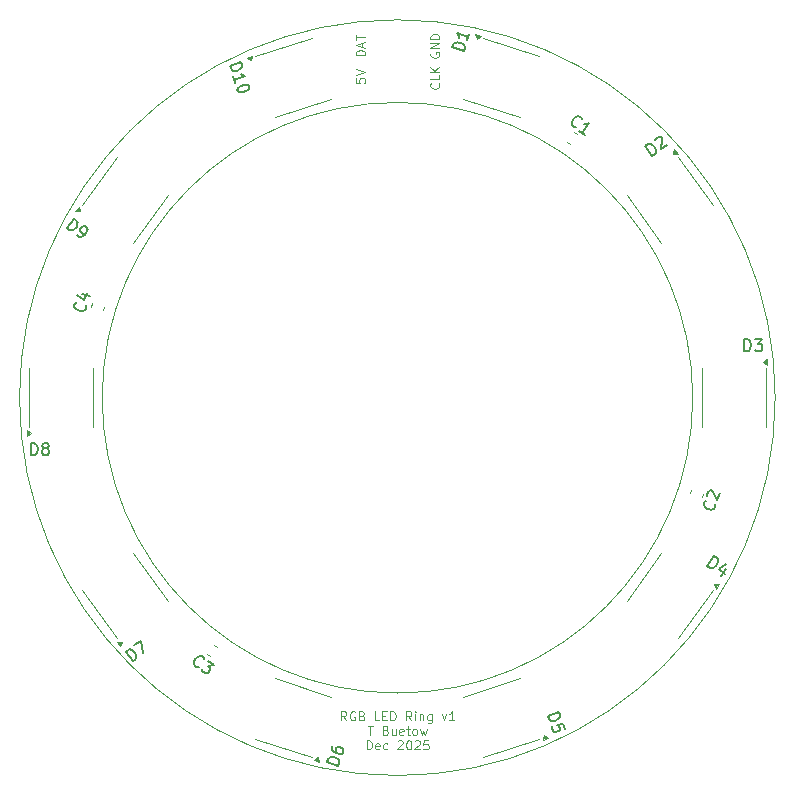
<source format=gbr>
%TF.GenerationSoftware,KiCad,Pcbnew,9.0.5*%
%TF.CreationDate,2025-12-07T22:18:12-05:00*%
%TF.ProjectId,LED_PCB,4c45445f-5043-4422-9e6b-696361645f70,rev?*%
%TF.SameCoordinates,Original*%
%TF.FileFunction,Legend,Top*%
%TF.FilePolarity,Positive*%
%FSLAX46Y46*%
G04 Gerber Fmt 4.6, Leading zero omitted, Abs format (unit mm)*
G04 Created by KiCad (PCBNEW 9.0.5) date 2025-12-07 22:18:12*
%MOMM*%
%LPD*%
G01*
G04 APERTURE LIST*
%ADD10C,0.095250*%
%ADD11C,0.150000*%
%ADD12C,0.120000*%
%TA.AperFunction,Profile*%
%ADD13C,0.100000*%
%TD*%
G04 APERTURE END LIST*
D10*
X135663858Y-127320785D02*
X135409858Y-126957928D01*
X135228429Y-127320785D02*
X135228429Y-126558785D01*
X135228429Y-126558785D02*
X135518715Y-126558785D01*
X135518715Y-126558785D02*
X135591286Y-126595071D01*
X135591286Y-126595071D02*
X135627572Y-126631357D01*
X135627572Y-126631357D02*
X135663858Y-126703928D01*
X135663858Y-126703928D02*
X135663858Y-126812785D01*
X135663858Y-126812785D02*
X135627572Y-126885357D01*
X135627572Y-126885357D02*
X135591286Y-126921642D01*
X135591286Y-126921642D02*
X135518715Y-126957928D01*
X135518715Y-126957928D02*
X135228429Y-126957928D01*
X136389572Y-126595071D02*
X136317001Y-126558785D01*
X136317001Y-126558785D02*
X136208143Y-126558785D01*
X136208143Y-126558785D02*
X136099286Y-126595071D01*
X136099286Y-126595071D02*
X136026715Y-126667642D01*
X136026715Y-126667642D02*
X135990429Y-126740214D01*
X135990429Y-126740214D02*
X135954143Y-126885357D01*
X135954143Y-126885357D02*
X135954143Y-126994214D01*
X135954143Y-126994214D02*
X135990429Y-127139357D01*
X135990429Y-127139357D02*
X136026715Y-127211928D01*
X136026715Y-127211928D02*
X136099286Y-127284500D01*
X136099286Y-127284500D02*
X136208143Y-127320785D01*
X136208143Y-127320785D02*
X136280715Y-127320785D01*
X136280715Y-127320785D02*
X136389572Y-127284500D01*
X136389572Y-127284500D02*
X136425858Y-127248214D01*
X136425858Y-127248214D02*
X136425858Y-126994214D01*
X136425858Y-126994214D02*
X136280715Y-126994214D01*
X137006429Y-126921642D02*
X137115286Y-126957928D01*
X137115286Y-126957928D02*
X137151572Y-126994214D01*
X137151572Y-126994214D02*
X137187858Y-127066785D01*
X137187858Y-127066785D02*
X137187858Y-127175642D01*
X137187858Y-127175642D02*
X137151572Y-127248214D01*
X137151572Y-127248214D02*
X137115286Y-127284500D01*
X137115286Y-127284500D02*
X137042715Y-127320785D01*
X137042715Y-127320785D02*
X136752429Y-127320785D01*
X136752429Y-127320785D02*
X136752429Y-126558785D01*
X136752429Y-126558785D02*
X137006429Y-126558785D01*
X137006429Y-126558785D02*
X137079001Y-126595071D01*
X137079001Y-126595071D02*
X137115286Y-126631357D01*
X137115286Y-126631357D02*
X137151572Y-126703928D01*
X137151572Y-126703928D02*
X137151572Y-126776500D01*
X137151572Y-126776500D02*
X137115286Y-126849071D01*
X137115286Y-126849071D02*
X137079001Y-126885357D01*
X137079001Y-126885357D02*
X137006429Y-126921642D01*
X137006429Y-126921642D02*
X136752429Y-126921642D01*
X138457857Y-127320785D02*
X138095000Y-127320785D01*
X138095000Y-127320785D02*
X138095000Y-126558785D01*
X138711857Y-126921642D02*
X138965857Y-126921642D01*
X139074714Y-127320785D02*
X138711857Y-127320785D01*
X138711857Y-127320785D02*
X138711857Y-126558785D01*
X138711857Y-126558785D02*
X139074714Y-126558785D01*
X139401286Y-127320785D02*
X139401286Y-126558785D01*
X139401286Y-126558785D02*
X139582715Y-126558785D01*
X139582715Y-126558785D02*
X139691572Y-126595071D01*
X139691572Y-126595071D02*
X139764143Y-126667642D01*
X139764143Y-126667642D02*
X139800429Y-126740214D01*
X139800429Y-126740214D02*
X139836715Y-126885357D01*
X139836715Y-126885357D02*
X139836715Y-126994214D01*
X139836715Y-126994214D02*
X139800429Y-127139357D01*
X139800429Y-127139357D02*
X139764143Y-127211928D01*
X139764143Y-127211928D02*
X139691572Y-127284500D01*
X139691572Y-127284500D02*
X139582715Y-127320785D01*
X139582715Y-127320785D02*
X139401286Y-127320785D01*
X141179286Y-127320785D02*
X140925286Y-126957928D01*
X140743857Y-127320785D02*
X140743857Y-126558785D01*
X140743857Y-126558785D02*
X141034143Y-126558785D01*
X141034143Y-126558785D02*
X141106714Y-126595071D01*
X141106714Y-126595071D02*
X141143000Y-126631357D01*
X141143000Y-126631357D02*
X141179286Y-126703928D01*
X141179286Y-126703928D02*
X141179286Y-126812785D01*
X141179286Y-126812785D02*
X141143000Y-126885357D01*
X141143000Y-126885357D02*
X141106714Y-126921642D01*
X141106714Y-126921642D02*
X141034143Y-126957928D01*
X141034143Y-126957928D02*
X140743857Y-126957928D01*
X141505857Y-127320785D02*
X141505857Y-126812785D01*
X141505857Y-126558785D02*
X141469571Y-126595071D01*
X141469571Y-126595071D02*
X141505857Y-126631357D01*
X141505857Y-126631357D02*
X141542143Y-126595071D01*
X141542143Y-126595071D02*
X141505857Y-126558785D01*
X141505857Y-126558785D02*
X141505857Y-126631357D01*
X141868714Y-126812785D02*
X141868714Y-127320785D01*
X141868714Y-126885357D02*
X141905000Y-126849071D01*
X141905000Y-126849071D02*
X141977571Y-126812785D01*
X141977571Y-126812785D02*
X142086428Y-126812785D01*
X142086428Y-126812785D02*
X142159000Y-126849071D01*
X142159000Y-126849071D02*
X142195286Y-126921642D01*
X142195286Y-126921642D02*
X142195286Y-127320785D01*
X142884715Y-126812785D02*
X142884715Y-127429642D01*
X142884715Y-127429642D02*
X142848429Y-127502214D01*
X142848429Y-127502214D02*
X142812143Y-127538500D01*
X142812143Y-127538500D02*
X142739572Y-127574785D01*
X142739572Y-127574785D02*
X142630715Y-127574785D01*
X142630715Y-127574785D02*
X142558143Y-127538500D01*
X142884715Y-127284500D02*
X142812143Y-127320785D01*
X142812143Y-127320785D02*
X142667000Y-127320785D01*
X142667000Y-127320785D02*
X142594429Y-127284500D01*
X142594429Y-127284500D02*
X142558143Y-127248214D01*
X142558143Y-127248214D02*
X142521857Y-127175642D01*
X142521857Y-127175642D02*
X142521857Y-126957928D01*
X142521857Y-126957928D02*
X142558143Y-126885357D01*
X142558143Y-126885357D02*
X142594429Y-126849071D01*
X142594429Y-126849071D02*
X142667000Y-126812785D01*
X142667000Y-126812785D02*
X142812143Y-126812785D01*
X142812143Y-126812785D02*
X142884715Y-126849071D01*
X143755572Y-126812785D02*
X143937000Y-127320785D01*
X143937000Y-127320785D02*
X144118429Y-126812785D01*
X144807857Y-127320785D02*
X144372428Y-127320785D01*
X144590143Y-127320785D02*
X144590143Y-126558785D01*
X144590143Y-126558785D02*
X144517571Y-126667642D01*
X144517571Y-126667642D02*
X144445000Y-126740214D01*
X144445000Y-126740214D02*
X144372428Y-126776500D01*
X137478142Y-127785562D02*
X137913571Y-127785562D01*
X137695856Y-128547562D02*
X137695856Y-127785562D01*
X139002141Y-128148419D02*
X139110998Y-128184705D01*
X139110998Y-128184705D02*
X139147284Y-128220991D01*
X139147284Y-128220991D02*
X139183570Y-128293562D01*
X139183570Y-128293562D02*
X139183570Y-128402419D01*
X139183570Y-128402419D02*
X139147284Y-128474991D01*
X139147284Y-128474991D02*
X139110998Y-128511277D01*
X139110998Y-128511277D02*
X139038427Y-128547562D01*
X139038427Y-128547562D02*
X138748141Y-128547562D01*
X138748141Y-128547562D02*
X138748141Y-127785562D01*
X138748141Y-127785562D02*
X139002141Y-127785562D01*
X139002141Y-127785562D02*
X139074713Y-127821848D01*
X139074713Y-127821848D02*
X139110998Y-127858134D01*
X139110998Y-127858134D02*
X139147284Y-127930705D01*
X139147284Y-127930705D02*
X139147284Y-128003277D01*
X139147284Y-128003277D02*
X139110998Y-128075848D01*
X139110998Y-128075848D02*
X139074713Y-128112134D01*
X139074713Y-128112134D02*
X139002141Y-128148419D01*
X139002141Y-128148419D02*
X138748141Y-128148419D01*
X139836713Y-128039562D02*
X139836713Y-128547562D01*
X139510141Y-128039562D02*
X139510141Y-128438705D01*
X139510141Y-128438705D02*
X139546427Y-128511277D01*
X139546427Y-128511277D02*
X139618998Y-128547562D01*
X139618998Y-128547562D02*
X139727855Y-128547562D01*
X139727855Y-128547562D02*
X139800427Y-128511277D01*
X139800427Y-128511277D02*
X139836713Y-128474991D01*
X140489856Y-128511277D02*
X140417284Y-128547562D01*
X140417284Y-128547562D02*
X140272142Y-128547562D01*
X140272142Y-128547562D02*
X140199570Y-128511277D01*
X140199570Y-128511277D02*
X140163284Y-128438705D01*
X140163284Y-128438705D02*
X140163284Y-128148419D01*
X140163284Y-128148419D02*
X140199570Y-128075848D01*
X140199570Y-128075848D02*
X140272142Y-128039562D01*
X140272142Y-128039562D02*
X140417284Y-128039562D01*
X140417284Y-128039562D02*
X140489856Y-128075848D01*
X140489856Y-128075848D02*
X140526142Y-128148419D01*
X140526142Y-128148419D02*
X140526142Y-128220991D01*
X140526142Y-128220991D02*
X140163284Y-128293562D01*
X140743856Y-128039562D02*
X141034142Y-128039562D01*
X140852713Y-127785562D02*
X140852713Y-128438705D01*
X140852713Y-128438705D02*
X140888999Y-128511277D01*
X140888999Y-128511277D02*
X140961570Y-128547562D01*
X140961570Y-128547562D02*
X141034142Y-128547562D01*
X141396999Y-128547562D02*
X141324428Y-128511277D01*
X141324428Y-128511277D02*
X141288142Y-128474991D01*
X141288142Y-128474991D02*
X141251856Y-128402419D01*
X141251856Y-128402419D02*
X141251856Y-128184705D01*
X141251856Y-128184705D02*
X141288142Y-128112134D01*
X141288142Y-128112134D02*
X141324428Y-128075848D01*
X141324428Y-128075848D02*
X141396999Y-128039562D01*
X141396999Y-128039562D02*
X141505856Y-128039562D01*
X141505856Y-128039562D02*
X141578428Y-128075848D01*
X141578428Y-128075848D02*
X141614714Y-128112134D01*
X141614714Y-128112134D02*
X141650999Y-128184705D01*
X141650999Y-128184705D02*
X141650999Y-128402419D01*
X141650999Y-128402419D02*
X141614714Y-128474991D01*
X141614714Y-128474991D02*
X141578428Y-128511277D01*
X141578428Y-128511277D02*
X141505856Y-128547562D01*
X141505856Y-128547562D02*
X141396999Y-128547562D01*
X141905000Y-128039562D02*
X142050143Y-128547562D01*
X142050143Y-128547562D02*
X142195285Y-128184705D01*
X142195285Y-128184705D02*
X142340428Y-128547562D01*
X142340428Y-128547562D02*
X142485571Y-128039562D01*
X137405572Y-129774339D02*
X137405572Y-129012339D01*
X137405572Y-129012339D02*
X137587001Y-129012339D01*
X137587001Y-129012339D02*
X137695858Y-129048625D01*
X137695858Y-129048625D02*
X137768429Y-129121196D01*
X137768429Y-129121196D02*
X137804715Y-129193768D01*
X137804715Y-129193768D02*
X137841001Y-129338911D01*
X137841001Y-129338911D02*
X137841001Y-129447768D01*
X137841001Y-129447768D02*
X137804715Y-129592911D01*
X137804715Y-129592911D02*
X137768429Y-129665482D01*
X137768429Y-129665482D02*
X137695858Y-129738054D01*
X137695858Y-129738054D02*
X137587001Y-129774339D01*
X137587001Y-129774339D02*
X137405572Y-129774339D01*
X138457858Y-129738054D02*
X138385286Y-129774339D01*
X138385286Y-129774339D02*
X138240144Y-129774339D01*
X138240144Y-129774339D02*
X138167572Y-129738054D01*
X138167572Y-129738054D02*
X138131286Y-129665482D01*
X138131286Y-129665482D02*
X138131286Y-129375196D01*
X138131286Y-129375196D02*
X138167572Y-129302625D01*
X138167572Y-129302625D02*
X138240144Y-129266339D01*
X138240144Y-129266339D02*
X138385286Y-129266339D01*
X138385286Y-129266339D02*
X138457858Y-129302625D01*
X138457858Y-129302625D02*
X138494144Y-129375196D01*
X138494144Y-129375196D02*
X138494144Y-129447768D01*
X138494144Y-129447768D02*
X138131286Y-129520339D01*
X139147287Y-129738054D02*
X139074715Y-129774339D01*
X139074715Y-129774339D02*
X138929572Y-129774339D01*
X138929572Y-129774339D02*
X138857001Y-129738054D01*
X138857001Y-129738054D02*
X138820715Y-129701768D01*
X138820715Y-129701768D02*
X138784429Y-129629196D01*
X138784429Y-129629196D02*
X138784429Y-129411482D01*
X138784429Y-129411482D02*
X138820715Y-129338911D01*
X138820715Y-129338911D02*
X138857001Y-129302625D01*
X138857001Y-129302625D02*
X138929572Y-129266339D01*
X138929572Y-129266339D02*
X139074715Y-129266339D01*
X139074715Y-129266339D02*
X139147287Y-129302625D01*
X140018143Y-129084911D02*
X140054429Y-129048625D01*
X140054429Y-129048625D02*
X140127001Y-129012339D01*
X140127001Y-129012339D02*
X140308429Y-129012339D01*
X140308429Y-129012339D02*
X140381001Y-129048625D01*
X140381001Y-129048625D02*
X140417286Y-129084911D01*
X140417286Y-129084911D02*
X140453572Y-129157482D01*
X140453572Y-129157482D02*
X140453572Y-129230054D01*
X140453572Y-129230054D02*
X140417286Y-129338911D01*
X140417286Y-129338911D02*
X139981858Y-129774339D01*
X139981858Y-129774339D02*
X140453572Y-129774339D01*
X140925286Y-129012339D02*
X140997857Y-129012339D01*
X140997857Y-129012339D02*
X141070429Y-129048625D01*
X141070429Y-129048625D02*
X141106715Y-129084911D01*
X141106715Y-129084911D02*
X141143000Y-129157482D01*
X141143000Y-129157482D02*
X141179286Y-129302625D01*
X141179286Y-129302625D02*
X141179286Y-129484054D01*
X141179286Y-129484054D02*
X141143000Y-129629196D01*
X141143000Y-129629196D02*
X141106715Y-129701768D01*
X141106715Y-129701768D02*
X141070429Y-129738054D01*
X141070429Y-129738054D02*
X140997857Y-129774339D01*
X140997857Y-129774339D02*
X140925286Y-129774339D01*
X140925286Y-129774339D02*
X140852715Y-129738054D01*
X140852715Y-129738054D02*
X140816429Y-129701768D01*
X140816429Y-129701768D02*
X140780143Y-129629196D01*
X140780143Y-129629196D02*
X140743857Y-129484054D01*
X140743857Y-129484054D02*
X140743857Y-129302625D01*
X140743857Y-129302625D02*
X140780143Y-129157482D01*
X140780143Y-129157482D02*
X140816429Y-129084911D01*
X140816429Y-129084911D02*
X140852715Y-129048625D01*
X140852715Y-129048625D02*
X140925286Y-129012339D01*
X141469571Y-129084911D02*
X141505857Y-129048625D01*
X141505857Y-129048625D02*
X141578429Y-129012339D01*
X141578429Y-129012339D02*
X141759857Y-129012339D01*
X141759857Y-129012339D02*
X141832429Y-129048625D01*
X141832429Y-129048625D02*
X141868714Y-129084911D01*
X141868714Y-129084911D02*
X141905000Y-129157482D01*
X141905000Y-129157482D02*
X141905000Y-129230054D01*
X141905000Y-129230054D02*
X141868714Y-129338911D01*
X141868714Y-129338911D02*
X141433286Y-129774339D01*
X141433286Y-129774339D02*
X141905000Y-129774339D01*
X142594428Y-129012339D02*
X142231571Y-129012339D01*
X142231571Y-129012339D02*
X142195285Y-129375196D01*
X142195285Y-129375196D02*
X142231571Y-129338911D01*
X142231571Y-129338911D02*
X142304143Y-129302625D01*
X142304143Y-129302625D02*
X142485571Y-129302625D01*
X142485571Y-129302625D02*
X142558143Y-129338911D01*
X142558143Y-129338911D02*
X142594428Y-129375196D01*
X142594428Y-129375196D02*
X142630714Y-129447768D01*
X142630714Y-129447768D02*
X142630714Y-129629196D01*
X142630714Y-129629196D02*
X142594428Y-129701768D01*
X142594428Y-129701768D02*
X142558143Y-129738054D01*
X142558143Y-129738054D02*
X142485571Y-129774339D01*
X142485571Y-129774339D02*
X142304143Y-129774339D01*
X142304143Y-129774339D02*
X142231571Y-129738054D01*
X142231571Y-129738054D02*
X142195285Y-129701768D01*
X136485562Y-72945142D02*
X136485562Y-73307999D01*
X136485562Y-73307999D02*
X136848419Y-73344285D01*
X136848419Y-73344285D02*
X136812134Y-73307999D01*
X136812134Y-73307999D02*
X136775848Y-73235428D01*
X136775848Y-73235428D02*
X136775848Y-73053999D01*
X136775848Y-73053999D02*
X136812134Y-72981428D01*
X136812134Y-72981428D02*
X136848419Y-72945142D01*
X136848419Y-72945142D02*
X136920991Y-72908856D01*
X136920991Y-72908856D02*
X137102419Y-72908856D01*
X137102419Y-72908856D02*
X137174991Y-72945142D01*
X137174991Y-72945142D02*
X137211277Y-72981428D01*
X137211277Y-72981428D02*
X137247562Y-73053999D01*
X137247562Y-73053999D02*
X137247562Y-73235428D01*
X137247562Y-73235428D02*
X137211277Y-73307999D01*
X137211277Y-73307999D02*
X137174991Y-73344285D01*
X136485562Y-72691142D02*
X137247562Y-72437142D01*
X137247562Y-72437142D02*
X136485562Y-72183142D01*
X143474991Y-73353570D02*
X143511277Y-73389856D01*
X143511277Y-73389856D02*
X143547562Y-73498713D01*
X143547562Y-73498713D02*
X143547562Y-73571285D01*
X143547562Y-73571285D02*
X143511277Y-73680142D01*
X143511277Y-73680142D02*
X143438705Y-73752713D01*
X143438705Y-73752713D02*
X143366134Y-73788999D01*
X143366134Y-73788999D02*
X143220991Y-73825285D01*
X143220991Y-73825285D02*
X143112134Y-73825285D01*
X143112134Y-73825285D02*
X142966991Y-73788999D01*
X142966991Y-73788999D02*
X142894419Y-73752713D01*
X142894419Y-73752713D02*
X142821848Y-73680142D01*
X142821848Y-73680142D02*
X142785562Y-73571285D01*
X142785562Y-73571285D02*
X142785562Y-73498713D01*
X142785562Y-73498713D02*
X142821848Y-73389856D01*
X142821848Y-73389856D02*
X142858134Y-73353570D01*
X143547562Y-72664142D02*
X143547562Y-73026999D01*
X143547562Y-73026999D02*
X142785562Y-73026999D01*
X143547562Y-72410142D02*
X142785562Y-72410142D01*
X143547562Y-71974713D02*
X143112134Y-72301285D01*
X142785562Y-71974713D02*
X143220991Y-72410142D01*
X142821848Y-70780571D02*
X142785562Y-70853143D01*
X142785562Y-70853143D02*
X142785562Y-70962000D01*
X142785562Y-70962000D02*
X142821848Y-71070857D01*
X142821848Y-71070857D02*
X142894419Y-71143428D01*
X142894419Y-71143428D02*
X142966991Y-71179714D01*
X142966991Y-71179714D02*
X143112134Y-71216000D01*
X143112134Y-71216000D02*
X143220991Y-71216000D01*
X143220991Y-71216000D02*
X143366134Y-71179714D01*
X143366134Y-71179714D02*
X143438705Y-71143428D01*
X143438705Y-71143428D02*
X143511277Y-71070857D01*
X143511277Y-71070857D02*
X143547562Y-70962000D01*
X143547562Y-70962000D02*
X143547562Y-70889428D01*
X143547562Y-70889428D02*
X143511277Y-70780571D01*
X143511277Y-70780571D02*
X143474991Y-70744285D01*
X143474991Y-70744285D02*
X143220991Y-70744285D01*
X143220991Y-70744285D02*
X143220991Y-70889428D01*
X143547562Y-70417714D02*
X142785562Y-70417714D01*
X142785562Y-70417714D02*
X143547562Y-69982285D01*
X143547562Y-69982285D02*
X142785562Y-69982285D01*
X143547562Y-69619428D02*
X142785562Y-69619428D01*
X142785562Y-69619428D02*
X142785562Y-69437999D01*
X142785562Y-69437999D02*
X142821848Y-69329142D01*
X142821848Y-69329142D02*
X142894419Y-69256571D01*
X142894419Y-69256571D02*
X142966991Y-69220285D01*
X142966991Y-69220285D02*
X143112134Y-69183999D01*
X143112134Y-69183999D02*
X143220991Y-69183999D01*
X143220991Y-69183999D02*
X143366134Y-69220285D01*
X143366134Y-69220285D02*
X143438705Y-69256571D01*
X143438705Y-69256571D02*
X143511277Y-69329142D01*
X143511277Y-69329142D02*
X143547562Y-69437999D01*
X143547562Y-69437999D02*
X143547562Y-69619428D01*
X137247562Y-71016428D02*
X136485562Y-71016428D01*
X136485562Y-71016428D02*
X136485562Y-70834999D01*
X136485562Y-70834999D02*
X136521848Y-70726142D01*
X136521848Y-70726142D02*
X136594419Y-70653571D01*
X136594419Y-70653571D02*
X136666991Y-70617285D01*
X136666991Y-70617285D02*
X136812134Y-70580999D01*
X136812134Y-70580999D02*
X136920991Y-70580999D01*
X136920991Y-70580999D02*
X137066134Y-70617285D01*
X137066134Y-70617285D02*
X137138705Y-70653571D01*
X137138705Y-70653571D02*
X137211277Y-70726142D01*
X137211277Y-70726142D02*
X137247562Y-70834999D01*
X137247562Y-70834999D02*
X137247562Y-71016428D01*
X137029848Y-70290714D02*
X137029848Y-69927857D01*
X137247562Y-70363285D02*
X136485562Y-70109285D01*
X136485562Y-70109285D02*
X137247562Y-69855285D01*
X136485562Y-69710142D02*
X136485562Y-69274714D01*
X137247562Y-69492428D02*
X136485562Y-69492428D01*
D11*
X161570204Y-79501797D02*
X160982419Y-78692780D01*
X160982419Y-78692780D02*
X161175042Y-78552831D01*
X161175042Y-78552831D02*
X161318606Y-78507386D01*
X161318606Y-78507386D02*
X161451634Y-78528456D01*
X161451634Y-78528456D02*
X161546139Y-78577516D01*
X161546139Y-78577516D02*
X161696622Y-78703624D01*
X161696622Y-78703624D02*
X161780592Y-78819198D01*
X161780592Y-78819198D02*
X161854026Y-79001286D01*
X161854026Y-79001286D02*
X161871481Y-79106325D01*
X161871481Y-79106325D02*
X161850411Y-79239354D01*
X161850411Y-79239354D02*
X161762827Y-79361848D01*
X161762827Y-79361848D02*
X161570204Y-79501797D01*
X161808891Y-78210034D02*
X161819426Y-78143519D01*
X161819426Y-78143519D02*
X161868485Y-78049015D01*
X161868485Y-78049015D02*
X162061108Y-77909066D01*
X162061108Y-77909066D02*
X162166147Y-77891611D01*
X162166147Y-77891611D02*
X162232662Y-77902146D01*
X162232662Y-77902146D02*
X162327166Y-77951206D01*
X162327166Y-77951206D02*
X162383145Y-78028255D01*
X162383145Y-78028255D02*
X162428590Y-78171819D01*
X162428590Y-78171819D02*
X162302172Y-78969991D01*
X162302172Y-78969991D02*
X162802992Y-78606124D01*
X155153807Y-77092943D02*
X155087293Y-77103478D01*
X155087293Y-77103478D02*
X154943729Y-77058033D01*
X154943729Y-77058033D02*
X154866680Y-77002053D01*
X154866680Y-77002053D02*
X154779096Y-76879559D01*
X154779096Y-76879559D02*
X154758026Y-76746531D01*
X154758026Y-76746531D02*
X154775481Y-76641492D01*
X154775481Y-76641492D02*
X154848916Y-76459403D01*
X154848916Y-76459403D02*
X154932885Y-76343829D01*
X154932885Y-76343829D02*
X155083369Y-76217721D01*
X155083369Y-76217721D02*
X155177873Y-76168661D01*
X155177873Y-76168661D02*
X155310902Y-76147592D01*
X155310902Y-76147592D02*
X155454465Y-76193036D01*
X155454465Y-76193036D02*
X155531515Y-76249016D01*
X155531515Y-76249016D02*
X155619099Y-76371510D01*
X155619099Y-76371510D02*
X155629633Y-76438024D01*
X155868320Y-77729787D02*
X155406025Y-77393910D01*
X155637172Y-77561849D02*
X156224958Y-76752832D01*
X156224958Y-76752832D02*
X156063939Y-76812426D01*
X156063939Y-76812426D02*
X155930910Y-76833496D01*
X155930910Y-76833496D02*
X155825871Y-76816041D01*
X113590479Y-92169625D02*
X113621052Y-92229629D01*
X113621052Y-92229629D02*
X113622195Y-92380209D01*
X113622195Y-92380209D02*
X113592765Y-92470786D01*
X113592765Y-92470786D02*
X113503331Y-92591936D01*
X113503331Y-92591936D02*
X113383324Y-92653082D01*
X113383324Y-92653082D02*
X113278032Y-92668941D01*
X113278032Y-92668941D02*
X113082164Y-92655369D01*
X113082164Y-92655369D02*
X112946298Y-92611223D01*
X112946298Y-92611223D02*
X112779860Y-92507075D01*
X112779860Y-92507075D02*
X112703998Y-92432356D01*
X112703998Y-92432356D02*
X112642851Y-92312349D01*
X112642851Y-92312349D02*
X112641708Y-92161769D01*
X112641708Y-92161769D02*
X112671139Y-92071192D01*
X112671139Y-92071192D02*
X112760572Y-91950042D01*
X112760572Y-91950042D02*
X112820576Y-91919468D01*
X113311889Y-91177853D02*
X113945927Y-91383864D01*
X112876007Y-91286574D02*
X113481757Y-91733742D01*
X113481757Y-91733742D02*
X113673054Y-91144993D01*
X166890479Y-108969625D02*
X166921052Y-109029629D01*
X166921052Y-109029629D02*
X166922195Y-109180209D01*
X166922195Y-109180209D02*
X166892765Y-109270786D01*
X166892765Y-109270786D02*
X166803331Y-109391936D01*
X166803331Y-109391936D02*
X166683324Y-109453082D01*
X166683324Y-109453082D02*
X166578032Y-109468941D01*
X166578032Y-109468941D02*
X166382164Y-109455369D01*
X166382164Y-109455369D02*
X166246298Y-109411223D01*
X166246298Y-109411223D02*
X166079860Y-109307075D01*
X166079860Y-109307075D02*
X166003998Y-109232356D01*
X166003998Y-109232356D02*
X165942851Y-109112349D01*
X165942851Y-109112349D02*
X165941708Y-108961769D01*
X165941708Y-108961769D02*
X165971139Y-108871192D01*
X165971139Y-108871192D02*
X166060572Y-108750042D01*
X166060572Y-108750042D02*
X166120576Y-108719468D01*
X166238296Y-108357161D02*
X166207723Y-108297158D01*
X166207723Y-108297158D02*
X166191865Y-108191866D01*
X166191865Y-108191866D02*
X166265440Y-107965424D01*
X166265440Y-107965424D02*
X166340159Y-107889562D01*
X166340159Y-107889562D02*
X166400163Y-107858989D01*
X166400163Y-107858989D02*
X166505454Y-107843131D01*
X166505454Y-107843131D02*
X166596031Y-107872561D01*
X166596031Y-107872561D02*
X166717181Y-107961994D01*
X166717181Y-107961994D02*
X167084061Y-108682036D01*
X167084061Y-108682036D02*
X167275357Y-108093287D01*
X123153807Y-122792943D02*
X123087293Y-122803478D01*
X123087293Y-122803478D02*
X122943729Y-122758033D01*
X122943729Y-122758033D02*
X122866680Y-122702053D01*
X122866680Y-122702053D02*
X122779096Y-122579559D01*
X122779096Y-122579559D02*
X122758026Y-122446531D01*
X122758026Y-122446531D02*
X122775481Y-122341492D01*
X122775481Y-122341492D02*
X122848916Y-122159403D01*
X122848916Y-122159403D02*
X122932885Y-122043829D01*
X122932885Y-122043829D02*
X123083369Y-121917721D01*
X123083369Y-121917721D02*
X123177873Y-121868661D01*
X123177873Y-121868661D02*
X123310902Y-121847592D01*
X123310902Y-121847592D02*
X123454465Y-121893036D01*
X123454465Y-121893036D02*
X123531515Y-121949016D01*
X123531515Y-121949016D02*
X123619099Y-122071510D01*
X123619099Y-122071510D02*
X123629633Y-122138024D01*
X123955285Y-122256903D02*
X124456105Y-122620770D01*
X124456105Y-122620770D02*
X123962515Y-122733039D01*
X123962515Y-122733039D02*
X124078089Y-122817008D01*
X124078089Y-122817008D02*
X124127148Y-122911512D01*
X124127148Y-122911512D02*
X124137683Y-122978027D01*
X124137683Y-122978027D02*
X124120228Y-123083066D01*
X124120228Y-123083066D02*
X123980279Y-123275689D01*
X123980279Y-123275689D02*
X123885775Y-123324748D01*
X123885775Y-123324748D02*
X123819261Y-123335283D01*
X123819261Y-123335283D02*
X123714222Y-123317828D01*
X123714222Y-123317828D02*
X123483074Y-123149890D01*
X123483074Y-123149890D02*
X123434015Y-123055385D01*
X123434015Y-123055385D02*
X123423480Y-122988871D01*
X169361905Y-96054819D02*
X169361905Y-95054819D01*
X169361905Y-95054819D02*
X169600000Y-95054819D01*
X169600000Y-95054819D02*
X169742857Y-95102438D01*
X169742857Y-95102438D02*
X169838095Y-95197676D01*
X169838095Y-95197676D02*
X169885714Y-95292914D01*
X169885714Y-95292914D02*
X169933333Y-95483390D01*
X169933333Y-95483390D02*
X169933333Y-95626247D01*
X169933333Y-95626247D02*
X169885714Y-95816723D01*
X169885714Y-95816723D02*
X169838095Y-95911961D01*
X169838095Y-95911961D02*
X169742857Y-96007200D01*
X169742857Y-96007200D02*
X169600000Y-96054819D01*
X169600000Y-96054819D02*
X169361905Y-96054819D01*
X170266667Y-95054819D02*
X170885714Y-95054819D01*
X170885714Y-95054819D02*
X170552381Y-95435771D01*
X170552381Y-95435771D02*
X170695238Y-95435771D01*
X170695238Y-95435771D02*
X170790476Y-95483390D01*
X170790476Y-95483390D02*
X170838095Y-95531009D01*
X170838095Y-95531009D02*
X170885714Y-95626247D01*
X170885714Y-95626247D02*
X170885714Y-95864342D01*
X170885714Y-95864342D02*
X170838095Y-95959580D01*
X170838095Y-95959580D02*
X170790476Y-96007200D01*
X170790476Y-96007200D02*
X170695238Y-96054819D01*
X170695238Y-96054819D02*
X170409524Y-96054819D01*
X170409524Y-96054819D02*
X170314286Y-96007200D01*
X170314286Y-96007200D02*
X170266667Y-95959580D01*
X135004475Y-131142516D02*
X134053419Y-130833499D01*
X134053419Y-130833499D02*
X134126994Y-130607057D01*
X134126994Y-130607057D02*
X134216428Y-130485907D01*
X134216428Y-130485907D02*
X134336435Y-130424760D01*
X134336435Y-130424760D02*
X134441727Y-130408902D01*
X134441727Y-130408902D02*
X134637596Y-130422474D01*
X134637596Y-130422474D02*
X134773461Y-130466619D01*
X134773461Y-130466619D02*
X134939899Y-130570768D01*
X134939899Y-130570768D02*
X135015761Y-130645487D01*
X135015761Y-130645487D02*
X135076908Y-130765494D01*
X135076908Y-130765494D02*
X135078051Y-130916074D01*
X135078051Y-130916074D02*
X135004475Y-131142516D01*
X134494872Y-129474847D02*
X134436011Y-129656001D01*
X134436011Y-129656001D02*
X134451869Y-129761293D01*
X134451869Y-129761293D02*
X134482443Y-129821296D01*
X134482443Y-129821296D02*
X134588878Y-129956018D01*
X134588878Y-129956018D02*
X134755316Y-130060167D01*
X134755316Y-130060167D02*
X135117624Y-130177888D01*
X135117624Y-130177888D02*
X135222915Y-130162029D01*
X135222915Y-130162029D02*
X135282919Y-130131456D01*
X135282919Y-130131456D02*
X135357638Y-130055594D01*
X135357638Y-130055594D02*
X135416498Y-129874441D01*
X135416498Y-129874441D02*
X135400640Y-129769149D01*
X135400640Y-129769149D02*
X135370066Y-129709145D01*
X135370066Y-129709145D02*
X135294205Y-129634427D01*
X135294205Y-129634427D02*
X135067763Y-129560851D01*
X135067763Y-129560851D02*
X134962471Y-129576710D01*
X134962471Y-129576710D02*
X134902467Y-129607283D01*
X134902467Y-129607283D02*
X134827749Y-129683145D01*
X134827749Y-129683145D02*
X134768888Y-129864298D01*
X134768888Y-129864298D02*
X134784747Y-129969590D01*
X134784747Y-129969590D02*
X134815320Y-130029594D01*
X134815320Y-130029594D02*
X134891182Y-130104312D01*
X166235532Y-114234115D02*
X166823318Y-113425098D01*
X166823318Y-113425098D02*
X167015941Y-113565046D01*
X167015941Y-113565046D02*
X167103525Y-113687540D01*
X167103525Y-113687540D02*
X167124594Y-113820569D01*
X167124594Y-113820569D02*
X167107140Y-113925608D01*
X167107140Y-113925608D02*
X167033705Y-114107696D01*
X167033705Y-114107696D02*
X166949736Y-114223270D01*
X166949736Y-114223270D02*
X166799252Y-114349379D01*
X166799252Y-114349379D02*
X166704748Y-114398439D01*
X166704748Y-114398439D02*
X166571719Y-114419508D01*
X166571719Y-114419508D02*
X166428155Y-114374063D01*
X166428155Y-114374063D02*
X166235532Y-114234115D01*
X167783128Y-114534463D02*
X167391271Y-115073808D01*
X167814423Y-114086317D02*
X167201953Y-114524238D01*
X167201953Y-114524238D02*
X167702773Y-114888105D01*
X152739357Y-126938576D02*
X153690414Y-126629559D01*
X153690414Y-126629559D02*
X153763989Y-126856002D01*
X153763989Y-126856002D02*
X153762846Y-127006582D01*
X153762846Y-127006582D02*
X153701699Y-127126589D01*
X153701699Y-127126589D02*
X153625838Y-127201307D01*
X153625838Y-127201307D02*
X153459399Y-127305456D01*
X153459399Y-127305456D02*
X153323534Y-127349601D01*
X153323534Y-127349601D02*
X153127665Y-127363173D01*
X153127665Y-127363173D02*
X153022373Y-127347315D01*
X153022373Y-127347315D02*
X152902366Y-127286169D01*
X152902366Y-127286169D02*
X152812933Y-127165019D01*
X152812933Y-127165019D02*
X152739357Y-126938576D01*
X154146582Y-128033500D02*
X153999431Y-127580616D01*
X153999431Y-127580616D02*
X153531831Y-127682479D01*
X153531831Y-127682479D02*
X153591835Y-127713052D01*
X153591835Y-127713052D02*
X153666554Y-127788914D01*
X153666554Y-127788914D02*
X153740129Y-128015356D01*
X153740129Y-128015356D02*
X153724271Y-128120648D01*
X153724271Y-128120648D02*
X153693697Y-128180651D01*
X153693697Y-128180651D02*
X153617836Y-128255370D01*
X153617836Y-128255370D02*
X153391394Y-128328945D01*
X153391394Y-128328945D02*
X153286102Y-128313087D01*
X153286102Y-128313087D02*
X153226098Y-128282514D01*
X153226098Y-128282514D02*
X153151380Y-128206652D01*
X153151380Y-128206652D02*
X153077804Y-127980210D01*
X153077804Y-127980210D02*
X153093662Y-127874918D01*
X153093662Y-127874918D02*
X153124236Y-127814914D01*
X145604474Y-70642516D02*
X144653418Y-70333499D01*
X144653418Y-70333499D02*
X144726993Y-70107057D01*
X144726993Y-70107057D02*
X144816427Y-69985907D01*
X144816427Y-69985907D02*
X144936434Y-69924760D01*
X144936434Y-69924760D02*
X145041726Y-69908902D01*
X145041726Y-69908902D02*
X145237595Y-69922474D01*
X145237595Y-69922474D02*
X145373460Y-69966619D01*
X145373460Y-69966619D02*
X145539898Y-70070768D01*
X145539898Y-70070768D02*
X145615760Y-70145487D01*
X145615760Y-70145487D02*
X145676907Y-70265494D01*
X145676907Y-70265494D02*
X145678050Y-70416074D01*
X145678050Y-70416074D02*
X145604474Y-70642516D01*
X146075357Y-69193287D02*
X145898776Y-69736748D01*
X145987067Y-69465018D02*
X145036010Y-69156001D01*
X145036010Y-69156001D02*
X145142445Y-69290723D01*
X145142445Y-69290723D02*
X145203592Y-69410730D01*
X145203592Y-69410730D02*
X145219450Y-69516022D01*
X117570205Y-122301797D02*
X116982420Y-121492780D01*
X116982420Y-121492780D02*
X117175043Y-121352831D01*
X117175043Y-121352831D02*
X117318607Y-121307386D01*
X117318607Y-121307386D02*
X117451635Y-121328456D01*
X117451635Y-121328456D02*
X117546140Y-121377516D01*
X117546140Y-121377516D02*
X117696623Y-121503624D01*
X117696623Y-121503624D02*
X117780593Y-121619198D01*
X117780593Y-121619198D02*
X117854027Y-121801286D01*
X117854027Y-121801286D02*
X117871482Y-121906325D01*
X117871482Y-121906325D02*
X117850412Y-122039354D01*
X117850412Y-122039354D02*
X117762828Y-122161848D01*
X117762828Y-122161848D02*
X117570205Y-122301797D01*
X117714388Y-120960974D02*
X118253732Y-120569118D01*
X118253732Y-120569118D02*
X118494796Y-121630042D01*
X112035532Y-85634115D02*
X112623318Y-84825098D01*
X112623318Y-84825098D02*
X112815941Y-84965046D01*
X112815941Y-84965046D02*
X112903525Y-85087540D01*
X112903525Y-85087540D02*
X112924594Y-85220569D01*
X112924594Y-85220569D02*
X112907140Y-85325608D01*
X112907140Y-85325608D02*
X112833705Y-85507696D01*
X112833705Y-85507696D02*
X112749736Y-85623270D01*
X112749736Y-85623270D02*
X112599252Y-85749379D01*
X112599252Y-85749379D02*
X112504748Y-85798439D01*
X112504748Y-85798439D02*
X112371719Y-85819508D01*
X112371719Y-85819508D02*
X112228155Y-85774063D01*
X112228155Y-85774063D02*
X112035532Y-85634115D01*
X112883074Y-86249890D02*
X113037172Y-86361849D01*
X113037172Y-86361849D02*
X113142211Y-86379304D01*
X113142211Y-86379304D02*
X113208726Y-86368769D01*
X113208726Y-86368769D02*
X113369744Y-86309175D01*
X113369744Y-86309175D02*
X113520228Y-86183066D01*
X113520228Y-86183066D02*
X113744146Y-85874869D01*
X113744146Y-85874869D02*
X113761601Y-85769830D01*
X113761601Y-85769830D02*
X113751066Y-85703315D01*
X113751066Y-85703315D02*
X113702007Y-85608811D01*
X113702007Y-85608811D02*
X113547908Y-85496852D01*
X113547908Y-85496852D02*
X113442869Y-85479397D01*
X113442869Y-85479397D02*
X113376355Y-85489932D01*
X113376355Y-85489932D02*
X113281851Y-85538992D01*
X113281851Y-85538992D02*
X113141902Y-85731615D01*
X113141902Y-85731615D02*
X113124447Y-85836654D01*
X113124447Y-85836654D02*
X113134982Y-85903168D01*
X113134982Y-85903168D02*
X113184041Y-85997672D01*
X113184041Y-85997672D02*
X113338140Y-86109631D01*
X113338140Y-86109631D02*
X113443179Y-86127086D01*
X113443179Y-86127086D02*
X113509693Y-86116551D01*
X113509693Y-86116551D02*
X113604197Y-86067492D01*
X108961905Y-104854819D02*
X108961905Y-103854819D01*
X108961905Y-103854819D02*
X109200000Y-103854819D01*
X109200000Y-103854819D02*
X109342857Y-103902438D01*
X109342857Y-103902438D02*
X109438095Y-103997676D01*
X109438095Y-103997676D02*
X109485714Y-104092914D01*
X109485714Y-104092914D02*
X109533333Y-104283390D01*
X109533333Y-104283390D02*
X109533333Y-104426247D01*
X109533333Y-104426247D02*
X109485714Y-104616723D01*
X109485714Y-104616723D02*
X109438095Y-104711961D01*
X109438095Y-104711961D02*
X109342857Y-104807200D01*
X109342857Y-104807200D02*
X109200000Y-104854819D01*
X109200000Y-104854819D02*
X108961905Y-104854819D01*
X110104762Y-104283390D02*
X110009524Y-104235771D01*
X110009524Y-104235771D02*
X109961905Y-104188152D01*
X109961905Y-104188152D02*
X109914286Y-104092914D01*
X109914286Y-104092914D02*
X109914286Y-104045295D01*
X109914286Y-104045295D02*
X109961905Y-103950057D01*
X109961905Y-103950057D02*
X110009524Y-103902438D01*
X110009524Y-103902438D02*
X110104762Y-103854819D01*
X110104762Y-103854819D02*
X110295238Y-103854819D01*
X110295238Y-103854819D02*
X110390476Y-103902438D01*
X110390476Y-103902438D02*
X110438095Y-103950057D01*
X110438095Y-103950057D02*
X110485714Y-104045295D01*
X110485714Y-104045295D02*
X110485714Y-104092914D01*
X110485714Y-104092914D02*
X110438095Y-104188152D01*
X110438095Y-104188152D02*
X110390476Y-104235771D01*
X110390476Y-104235771D02*
X110295238Y-104283390D01*
X110295238Y-104283390D02*
X110104762Y-104283390D01*
X110104762Y-104283390D02*
X110009524Y-104331009D01*
X110009524Y-104331009D02*
X109961905Y-104378628D01*
X109961905Y-104378628D02*
X109914286Y-104473866D01*
X109914286Y-104473866D02*
X109914286Y-104664342D01*
X109914286Y-104664342D02*
X109961905Y-104759580D01*
X109961905Y-104759580D02*
X110009524Y-104807200D01*
X110009524Y-104807200D02*
X110104762Y-104854819D01*
X110104762Y-104854819D02*
X110295238Y-104854819D01*
X110295238Y-104854819D02*
X110390476Y-104807200D01*
X110390476Y-104807200D02*
X110438095Y-104759580D01*
X110438095Y-104759580D02*
X110485714Y-104664342D01*
X110485714Y-104664342D02*
X110485714Y-104473866D01*
X110485714Y-104473866D02*
X110438095Y-104378628D01*
X110438095Y-104378628D02*
X110390476Y-104331009D01*
X110390476Y-104331009D02*
X110295238Y-104283390D01*
X125792206Y-71885692D02*
X126743262Y-71576675D01*
X126743262Y-71576675D02*
X126816838Y-71803117D01*
X126816838Y-71803117D02*
X126815695Y-71953697D01*
X126815695Y-71953697D02*
X126754548Y-72073704D01*
X126754548Y-72073704D02*
X126678686Y-72148423D01*
X126678686Y-72148423D02*
X126512248Y-72252572D01*
X126512248Y-72252572D02*
X126376383Y-72296717D01*
X126376383Y-72296717D02*
X126180514Y-72310289D01*
X126180514Y-72310289D02*
X126075222Y-72294431D01*
X126075222Y-72294431D02*
X125955215Y-72233284D01*
X125955215Y-72233284D02*
X125865781Y-72112134D01*
X125865781Y-72112134D02*
X125792206Y-71885692D01*
X126263089Y-73334921D02*
X126086508Y-72791460D01*
X126174798Y-73063190D02*
X127125855Y-72754173D01*
X127125855Y-72754173D02*
X126960560Y-72707742D01*
X126960560Y-72707742D02*
X126840553Y-72646595D01*
X126840553Y-72646595D02*
X126765834Y-72570734D01*
X127405442Y-73614653D02*
X127434872Y-73705230D01*
X127434872Y-73705230D02*
X127419014Y-73810522D01*
X127419014Y-73810522D02*
X127388440Y-73870525D01*
X127388440Y-73870525D02*
X127312579Y-73945244D01*
X127312579Y-73945244D02*
X127146140Y-74049393D01*
X127146140Y-74049393D02*
X126919698Y-74122968D01*
X126919698Y-74122968D02*
X126723829Y-74136540D01*
X126723829Y-74136540D02*
X126618538Y-74120682D01*
X126618538Y-74120682D02*
X126558534Y-74090109D01*
X126558534Y-74090109D02*
X126483815Y-74014247D01*
X126483815Y-74014247D02*
X126454385Y-73923670D01*
X126454385Y-73923670D02*
X126470243Y-73818378D01*
X126470243Y-73818378D02*
X126500817Y-73758375D01*
X126500817Y-73758375D02*
X126576678Y-73683656D01*
X126576678Y-73683656D02*
X126743117Y-73579507D01*
X126743117Y-73579507D02*
X126969559Y-73505932D01*
X126969559Y-73505932D02*
X127165428Y-73492360D01*
X127165428Y-73492360D02*
X127270720Y-73508218D01*
X127270720Y-73508218D02*
X127330723Y-73538792D01*
X127330723Y-73538792D02*
X127405442Y-73614653D01*
D12*
%TO.C,D2*%
X162332101Y-86857682D02*
X159393175Y-82812598D01*
X163761867Y-79638558D02*
X166700793Y-83683642D01*
X163714215Y-79351801D02*
X163306170Y-79351606D01*
X163432078Y-78963473D01*
X163714215Y-79351801D01*
G36*
X163714215Y-79351801D02*
G01*
X163306170Y-79351606D01*
X163432078Y-78963473D01*
X163714215Y-79351801D01*
G37*
%TO.C,C1*%
X154613962Y-78495230D02*
X154386498Y-78329968D01*
X155213502Y-77670032D02*
X154986038Y-77504770D01*
%TO.C,C4*%
X114158403Y-92008702D02*
X114071520Y-92276101D01*
X115128480Y-92323899D02*
X115041597Y-92591298D01*
%TO.C,C2*%
X164771520Y-108076101D02*
X164858403Y-107808702D01*
X165741597Y-108391298D02*
X165828480Y-108123899D01*
%TO.C,C3*%
X123886498Y-121729968D02*
X124113961Y-121895230D01*
X124486039Y-120904770D02*
X124713502Y-121070032D01*
%TO.C,D3*%
X165790000Y-102500000D02*
X165790000Y-97500000D01*
X171190000Y-97500000D02*
X171190000Y-102500000D01*
X171320000Y-97240000D02*
X170990000Y-97000000D01*
X171320000Y-96760000D01*
X171320000Y-97240000D01*
G36*
X171320000Y-97240000D02*
G01*
X170990000Y-97000000D01*
X171320000Y-96760000D01*
X171320000Y-97240000D01*
G37*
%TO.C,D6*%
X129639721Y-123764715D02*
X134395003Y-125309800D01*
X132726311Y-130445505D02*
X127971029Y-128900420D01*
X133389921Y-130797815D02*
X132933414Y-130649487D01*
X133263643Y-130409802D01*
X133389921Y-130797815D01*
G36*
X133389921Y-130797815D02*
G01*
X132933414Y-130649487D01*
X133263643Y-130409802D01*
X133389921Y-130797815D01*
G37*
%TO.C,D4*%
X159393175Y-117187402D02*
X162332101Y-113142317D01*
X166700793Y-116316358D02*
X163761867Y-120361443D01*
X166958789Y-116182425D02*
X166832882Y-115794292D01*
X167240926Y-115794097D01*
X166958789Y-116182425D01*
G36*
X166958789Y-116182425D02*
G01*
X166832882Y-115794292D01*
X167240926Y-115794097D01*
X166958789Y-116182425D01*
G37*
%TO.C,D5*%
X145584997Y-125309801D02*
X150340279Y-123764716D01*
X152008971Y-128900421D02*
X147253689Y-130445506D01*
X152752925Y-128795386D02*
X152296418Y-128943714D01*
X152422696Y-128555701D01*
X152752925Y-128795386D01*
G36*
X152752925Y-128795386D02*
G01*
X152296418Y-128943714D01*
X152422696Y-128555701D01*
X152752925Y-128795386D01*
G37*
%TO.C,D1*%
X147253689Y-69554494D02*
X152008971Y-71099579D01*
X150340279Y-76235284D02*
X145584997Y-74690199D01*
X147046586Y-69350513D02*
X146716357Y-69590197D01*
X146590079Y-69202184D01*
X147046586Y-69350513D01*
G36*
X147046586Y-69350513D02*
G01*
X146716357Y-69590197D01*
X146590079Y-69202184D01*
X147046586Y-69350513D01*
G37*
%TO.C,D7*%
X116218133Y-120361443D02*
X113279207Y-116316358D01*
X117647899Y-113142317D02*
X120586825Y-117187402D01*
X116673829Y-120648394D02*
X116547922Y-121036527D01*
X116265785Y-120648199D01*
X116673829Y-120648394D01*
G36*
X116673829Y-120648394D02*
G01*
X116547922Y-121036527D01*
X116265785Y-120648199D01*
X116673829Y-120648394D01*
G37*
%TO.C,D9*%
X113279207Y-83683642D02*
X116218133Y-79638557D01*
X120586825Y-82812598D02*
X117647899Y-86857683D01*
X113147118Y-84205708D02*
X112739074Y-84205903D01*
X113021211Y-83817575D01*
X113147118Y-84205708D01*
G36*
X113147118Y-84205708D02*
G01*
X112739074Y-84205903D01*
X113021211Y-83817575D01*
X113147118Y-84205708D01*
G37*
%TO.C,D8*%
X108790000Y-102500000D02*
X108790000Y-97500000D01*
X114190000Y-97500000D02*
X114190000Y-102500000D01*
X108990000Y-103000000D02*
X108660000Y-103240000D01*
X108660000Y-102760000D01*
X108990000Y-103000000D01*
G36*
X108990000Y-103000000D02*
G01*
X108660000Y-103240000D01*
X108660000Y-102760000D01*
X108990000Y-103000000D01*
G37*
%TO.C,D10*%
X127971029Y-71099579D02*
X132726311Y-69554494D01*
X134395003Y-74690199D02*
X129639721Y-76235284D01*
X127557304Y-71444299D02*
X127227075Y-71204614D01*
X127683582Y-71056286D01*
X127557304Y-71444299D01*
G36*
X127557304Y-71444299D02*
G01*
X127227075Y-71204614D01*
X127683582Y-71056286D01*
X127557304Y-71444299D01*
G37*
%TD*%
D13*
X171980000Y-99990000D02*
G75*
G02*
X108000000Y-99990000I-31990000J0D01*
G01*
X108000000Y-99990000D02*
G75*
G02*
X171980000Y-99990000I31990000J0D01*
G01*
X165000002Y-100000000D02*
G75*
G02*
X114999998Y-100000000I-25000002J0D01*
G01*
X114999998Y-100000000D02*
G75*
G02*
X165000002Y-100000000I25000002J0D01*
G01*
M02*

</source>
